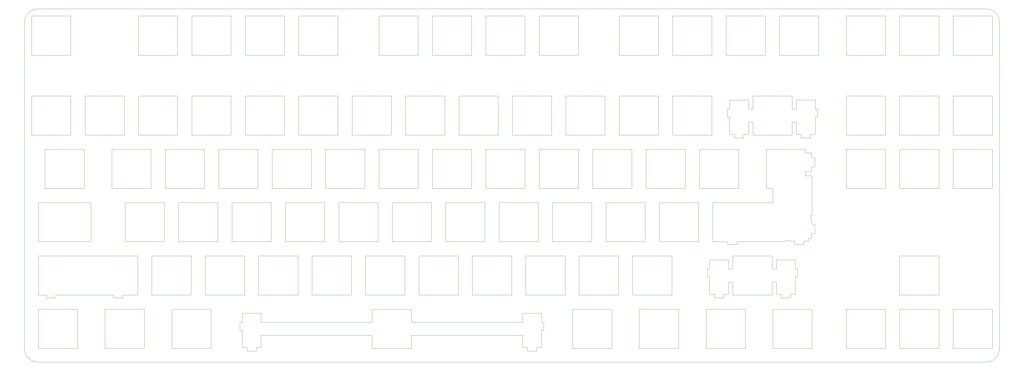
<source format=gm1>
G04 #@! TF.GenerationSoftware,KiCad,Pcbnew,(7.0.0)*
G04 #@! TF.CreationDate,2023-02-27T14:32:52+01:00*
G04 #@! TF.ProjectId,Belja80_plate,42656c6a-6138-4305-9f70-6c6174652e6b,1.0*
G04 #@! TF.SameCoordinates,Original*
G04 #@! TF.FileFunction,Profile,NP*
%FSLAX46Y46*%
G04 Gerber Fmt 4.6, Leading zero omitted, Abs format (unit mm)*
G04 Created by KiCad (PCBNEW (7.0.0)) date 2023-02-27 14:32:52*
%MOMM*%
%LPD*%
G01*
G04 APERTURE LIST*
G04 #@! TA.AperFunction,Profile*
%ADD10C,0.100000*%
G04 #@! TD*
G04 APERTURE END LIST*
D10*
X262874915Y-87961500D02*
X262874915Y-73962500D01*
X303067915Y-154212300D02*
X304591915Y-154212300D01*
X143523915Y-87961500D02*
X129523215Y-87961500D01*
X267348915Y-121587400D02*
X267348915Y-135586700D01*
X162573915Y-102537400D02*
X162573915Y-116536700D01*
X313562915Y-124562400D02*
X312362915Y-124562400D01*
X205724915Y-116536700D02*
X205724915Y-102537400D01*
X169717915Y-178737400D02*
X155716915Y-178737400D01*
X257823915Y-87961500D02*
X243824915Y-87961500D01*
X124473915Y-73962500D02*
X124473915Y-87961500D01*
X36655825Y-173686900D02*
X39631005Y-173686900D01*
X288198915Y-117506900D02*
X288198915Y-116306700D01*
X258111915Y-154636700D02*
X258111915Y-140637400D01*
X74467715Y-192736860D02*
X60466915Y-192736860D01*
X243536915Y-173686900D02*
X229536915Y-173686900D01*
X291449915Y-107237900D02*
X289923915Y-107237900D01*
X84280915Y-192736860D02*
X84280915Y-178737400D01*
X227155915Y-192736860D02*
X227155915Y-178737400D01*
X172098915Y-121587400D02*
X172098915Y-135586700D01*
X253061915Y-140637400D02*
X253061915Y-154636700D01*
X129236415Y-173686900D02*
X115237115Y-173686900D01*
X91136415Y-159687500D02*
X91136415Y-173686900D01*
X186674915Y-116536700D02*
X186674915Y-102537400D01*
X304591915Y-154212300D02*
X304591915Y-154406700D01*
X53324615Y-116536700D02*
X53324615Y-102537400D01*
X298304915Y-168987800D02*
X299830915Y-168987800D01*
X343836915Y-116536700D02*
X343836915Y-102537400D01*
X138761915Y-140637400D02*
X138761915Y-154636700D01*
X308699915Y-116306700D02*
X308699915Y-117506900D01*
X314549915Y-110036800D02*
X314549915Y-107237900D01*
X100661415Y-140637400D02*
X100661415Y-154636700D01*
X281054915Y-174657000D02*
X281054915Y-173456700D01*
X324786915Y-87961500D02*
X324786915Y-73962500D01*
X243824915Y-73962500D02*
X257823915Y-73962500D01*
X295923915Y-87961500D02*
X281924915Y-87961500D01*
X95898915Y-135586700D02*
X81899615Y-135586700D01*
X313723915Y-110036800D02*
X314549915Y-110036800D01*
X34274565Y-116536700D02*
X34274565Y-102537400D01*
X72374615Y-102537400D02*
X86373915Y-102537400D01*
X277161915Y-140637400D02*
X277161915Y-154636700D01*
X76848915Y-135586700D02*
X62849615Y-135586700D01*
X295923915Y-73962500D02*
X295923915Y-87961500D01*
X357836915Y-135586700D02*
X343836915Y-135586700D01*
X105423915Y-73962500D02*
X105423915Y-87961500D01*
X53324615Y-102537400D02*
X67323915Y-102537400D01*
X282780915Y-164387900D02*
X282780915Y-161157700D01*
X282780915Y-161157700D02*
X276030915Y-161157700D01*
X324786915Y-192736860D02*
X324786915Y-178737400D01*
X216092915Y-180207700D02*
X209341915Y-180207700D01*
X257823915Y-73962500D02*
X257823915Y-87961500D01*
X219723915Y-102537400D02*
X219723915Y-116536700D01*
X105423915Y-87961500D02*
X91424615Y-87961500D01*
X191148915Y-121587400D02*
X191148915Y-135586700D01*
X196199915Y-87961500D02*
X196199915Y-73962500D01*
X362886915Y-87961500D02*
X362886915Y-73962500D01*
X277161915Y-154636700D02*
X282516915Y-154636700D01*
X310211915Y-122837300D02*
X310211915Y-121587400D01*
X36512500Y-71437500D02*
G75*
G03*
X31750000Y-76200000I0J-4762500D01*
G01*
X155716915Y-188037770D02*
X155716915Y-192736860D01*
X157811915Y-140637400D02*
X157811915Y-154636700D01*
X39631005Y-174657000D02*
X42930015Y-174657000D01*
X195911915Y-154636700D02*
X181911915Y-154636700D01*
X324786915Y-73962500D02*
X338786915Y-73962500D01*
X115237115Y-159687500D02*
X129236415Y-159687500D01*
X158099915Y-135586700D02*
X158099915Y-121587400D01*
X312166915Y-146637500D02*
X312166915Y-145111700D01*
X313562915Y-151661800D02*
X313562915Y-148362600D01*
X276030915Y-167186700D02*
X276030915Y-173456700D01*
X155716915Y-192736860D02*
X169717915Y-192736860D01*
X209341915Y-192506730D02*
X211066915Y-192506730D01*
X309617915Y-154406700D02*
X311342915Y-154406700D01*
X176861915Y-140637400D02*
X176861915Y-154636700D01*
X81611415Y-140637400D02*
X81611415Y-154636700D01*
X48274115Y-116536700D02*
X34274565Y-116536700D01*
X114948915Y-121587400D02*
X114948915Y-135586700D01*
X276873915Y-102537400D02*
X276873915Y-116536700D01*
X181623915Y-102537400D02*
X181623915Y-116536700D01*
X36512500Y-197643750D02*
X374650000Y-197643750D01*
X91424615Y-73962500D02*
X105423915Y-73962500D01*
X248586915Y-173686900D02*
X248586915Y-159687500D01*
X276030915Y-164387900D02*
X275204915Y-164387900D01*
X153336915Y-159687500D02*
X167336915Y-159687500D01*
X306974915Y-107237900D02*
X305448915Y-107237900D01*
X362886915Y-178737400D02*
X376886915Y-178737400D01*
X258111915Y-140637400D02*
X272111915Y-140637400D01*
X374650000Y-71437500D02*
X36512500Y-71437500D01*
X96187115Y-159687500D02*
X110186415Y-159687500D01*
X285815915Y-154636700D02*
X303067915Y-154636700D01*
X343836915Y-173686900D02*
X343836915Y-159687500D01*
X284304915Y-164387900D02*
X282780915Y-164387900D01*
X167336915Y-173686900D02*
X153336915Y-173686900D01*
X299830915Y-161157700D02*
X299830915Y-164387900D01*
X257823915Y-102537400D02*
X257823915Y-116536700D01*
X91424615Y-116536700D02*
X91424615Y-102537400D01*
X229536915Y-159687500D02*
X243536915Y-159687500D01*
X362886915Y-135586700D02*
X362886915Y-121587400D01*
X307405915Y-167186700D02*
X307405915Y-164387900D01*
X220011915Y-140637400D02*
X234011915Y-140637400D01*
X298591915Y-140637400D02*
X277161915Y-140637400D01*
X195911915Y-140637400D02*
X195911915Y-154636700D01*
X283174915Y-104007800D02*
X283174915Y-107237900D01*
X95898915Y-121587400D02*
X95898915Y-135586700D01*
X376886915Y-178737400D02*
X376886915Y-192736860D01*
X312592915Y-131112400D02*
X310211915Y-131112400D01*
X362886915Y-192736860D02*
X362886915Y-178737400D01*
X313723915Y-116306700D02*
X313723915Y-110036800D01*
X281924915Y-87961500D02*
X281924915Y-73962500D01*
X296211915Y-121587400D02*
X296211915Y-135586700D01*
X114948915Y-135586700D02*
X100949615Y-135586700D01*
X86373915Y-87961500D02*
X72374615Y-87961500D01*
X283174915Y-110036800D02*
X283174915Y-116306700D01*
X282348915Y-107237900D02*
X282348915Y-110036800D01*
X148572915Y-116536700D02*
X148572915Y-102537400D01*
X357836915Y-121587400D02*
X357836915Y-135586700D01*
X229536915Y-173686900D02*
X229536915Y-159687500D01*
X72374615Y-87961500D02*
X72374615Y-73962500D01*
X110474615Y-87961500D02*
X110474615Y-73962500D01*
X298304915Y-159687500D02*
X284304915Y-159687500D01*
X311998915Y-116306700D02*
X313723915Y-116306700D01*
X284304915Y-168987800D02*
X284304915Y-173686900D01*
X313723915Y-104007800D02*
X306974915Y-104007800D01*
X304591915Y-154406700D02*
X306316915Y-154406700D01*
X72374615Y-73962500D02*
X86373915Y-73962500D01*
X291449915Y-102537400D02*
X291449915Y-107237900D01*
X275204915Y-167186700D02*
X276030915Y-167186700D01*
X362886915Y-102537400D02*
X376886915Y-102537400D01*
X248298915Y-135586700D02*
X234299915Y-135586700D01*
X262874915Y-116536700D02*
X262874915Y-102537400D01*
X116093015Y-183437900D02*
X116093015Y-180207700D01*
X289923915Y-116306700D02*
X289923915Y-111837700D01*
X181911915Y-140637400D02*
X195911915Y-140637400D01*
X124762115Y-154636700D02*
X124762115Y-140637400D01*
X253349915Y-135586700D02*
X253349915Y-121587400D01*
X215249915Y-121587400D02*
X229248915Y-121587400D01*
X343836915Y-178737400D02*
X357836915Y-178737400D01*
X211066915Y-192506730D02*
X211066915Y-193707000D01*
X110474615Y-73962500D02*
X124473915Y-73962500D01*
X305448915Y-111837700D02*
X306974915Y-111837700D01*
X284304915Y-159687500D02*
X284304915Y-164387900D01*
X362886915Y-121587400D02*
X376886915Y-121587400D01*
X286398915Y-121587400D02*
X286398915Y-135586700D01*
X276873915Y-87961500D02*
X262874915Y-87961500D01*
X172098915Y-87961500D02*
X158099915Y-87961500D01*
X66730115Y-173686900D02*
X72086415Y-173686900D01*
X119711415Y-154636700D02*
X105712115Y-154636700D01*
X110186415Y-159687500D02*
X110186415Y-173686900D01*
X311342915Y-154406700D02*
X311342915Y-153386800D01*
X105712115Y-140637400D02*
X119711415Y-140637400D01*
X111066915Y-193707000D02*
X114367515Y-193707000D01*
X158099915Y-87961500D02*
X158099915Y-73962500D01*
X234011915Y-154636700D02*
X220011915Y-154636700D01*
X158099915Y-73962500D02*
X172098915Y-73962500D01*
X310211915Y-121587400D02*
X296211915Y-121587400D01*
X48274115Y-87961500D02*
X34274565Y-87961500D01*
X62849615Y-135586700D02*
X62849615Y-121587400D01*
X36655825Y-140637400D02*
X55417815Y-140637400D01*
X248586915Y-159687500D02*
X262586915Y-159687500D01*
X157811915Y-154636700D02*
X143811915Y-154636700D01*
X124473915Y-116536700D02*
X110474615Y-116536700D01*
X50655315Y-178737400D02*
X50655315Y-192736860D01*
X312592915Y-192736860D02*
X298591915Y-192736860D01*
X338786915Y-116536700D02*
X324786915Y-116536700D01*
X376886915Y-87961500D02*
X362886915Y-87961500D01*
X224486915Y-159687500D02*
X224486915Y-173686900D01*
X63429715Y-173686900D02*
X63429715Y-174657000D01*
X314973915Y-73962500D02*
X314973915Y-87961500D01*
X55417815Y-140637400D02*
X55417815Y-154636700D01*
X281054915Y-173456700D02*
X282780915Y-173456700D01*
X186386915Y-159687500D02*
X186386915Y-173686900D01*
X111066915Y-192506730D02*
X111066915Y-193707000D01*
X376886915Y-73962500D02*
X376886915Y-87961500D01*
X284304915Y-173686900D02*
X298304915Y-173686900D01*
X243824915Y-87961500D02*
X243824915Y-73962500D01*
X324786915Y-121587400D02*
X338786915Y-121587400D01*
X298591915Y-192736860D02*
X298591915Y-178737400D01*
X253349915Y-121587400D02*
X267348915Y-121587400D01*
X229248915Y-73962500D02*
X229248915Y-87961500D01*
X34274565Y-102537400D02*
X48274115Y-102537400D01*
X276030915Y-161157700D02*
X276030915Y-164387900D01*
X338786915Y-192736860D02*
X324786915Y-192736860D01*
X67323915Y-102537400D02*
X67323915Y-116536700D01*
X312166915Y-145111700D02*
X312592915Y-145111700D01*
X338786915Y-178737400D02*
X338786915Y-192736860D01*
X186386915Y-173686900D02*
X172386915Y-173686900D01*
X72086415Y-173686900D02*
X72086415Y-159687500D01*
X119999615Y-135586700D02*
X119999615Y-121587400D01*
X274780915Y-192736860D02*
X274780915Y-178737400D01*
X229248915Y-87961500D02*
X215249915Y-87961500D01*
X272111915Y-154636700D02*
X258111915Y-154636700D01*
X306579915Y-164387900D02*
X306579915Y-161157700D01*
X169717915Y-183437900D02*
X169717915Y-178737400D01*
X91424615Y-102537400D02*
X105423915Y-102537400D01*
X91424615Y-87961500D02*
X91424615Y-73962500D01*
X314549915Y-107237900D02*
X313723915Y-107237900D01*
X186674915Y-102537400D02*
X200673915Y-102537400D01*
X262874915Y-102537400D02*
X276873915Y-102537400D01*
X324786915Y-116536700D02*
X324786915Y-102537400D01*
X250966915Y-192736860D02*
X250966915Y-178737400D01*
X376886915Y-121587400D02*
X376886915Y-135586700D01*
X314973915Y-87961500D02*
X300974915Y-87961500D01*
X282348915Y-110036800D02*
X283174915Y-110036800D01*
X262586915Y-173686900D02*
X248586915Y-173686900D01*
X81899615Y-121587400D02*
X95898915Y-121587400D01*
X312362915Y-124562400D02*
X312362915Y-122837300D01*
X311342915Y-153386800D02*
X312362915Y-153386800D01*
X191436915Y-173686900D02*
X191436915Y-159687500D01*
X239061915Y-154636700D02*
X239061915Y-140637400D01*
X124473915Y-87961500D02*
X110474615Y-87961500D01*
X42930015Y-174657000D02*
X42930015Y-173686900D01*
X167624915Y-102537400D02*
X181623915Y-102537400D01*
X357836915Y-178737400D02*
X357836915Y-192736860D01*
X86373915Y-73962500D02*
X86373915Y-87961500D01*
X284897915Y-116306700D02*
X284897915Y-117506900D01*
X148286915Y-159687500D02*
X148286915Y-173686900D01*
X209341915Y-183437900D02*
X169717915Y-183437900D01*
X172098915Y-73962500D02*
X172098915Y-87961500D01*
X108517815Y-186236660D02*
X109341915Y-186236660D01*
X306579915Y-173456700D02*
X306579915Y-167186700D01*
X155716915Y-178737400D02*
X155716915Y-183437900D01*
X86662115Y-154636700D02*
X86662115Y-140637400D01*
X191436915Y-159687500D02*
X205436915Y-159687500D01*
X264967915Y-178737400D02*
X264967915Y-192736860D01*
X338786915Y-102537400D02*
X338786915Y-116536700D01*
X357836915Y-192736860D02*
X343836915Y-192736860D01*
X305448915Y-116536700D02*
X305448915Y-111837700D01*
X312592915Y-145111700D02*
X312592915Y-131112400D01*
X282780915Y-173456700D02*
X282780915Y-168987800D01*
X134286915Y-173686900D02*
X134286915Y-159687500D01*
X158099915Y-121587400D02*
X172098915Y-121587400D01*
X214961915Y-154636700D02*
X200961915Y-154636700D01*
X306579915Y-167186700D02*
X307405915Y-167186700D01*
X298591915Y-135586700D02*
X298591915Y-140637400D01*
X338786915Y-135586700D02*
X324786915Y-135586700D01*
X301555915Y-174657000D02*
X304854915Y-174657000D01*
X291449915Y-116536700D02*
X305448915Y-116536700D01*
X210486915Y-159687500D02*
X224486915Y-159687500D01*
X39037075Y-121587400D02*
X53036615Y-121587400D01*
X275204915Y-164387900D02*
X275204915Y-167186700D01*
X343836915Y-121587400D02*
X357836915Y-121587400D01*
X177149915Y-135586700D02*
X177149915Y-121587400D01*
X282516915Y-155606900D02*
X285815915Y-155606900D01*
X312362915Y-148362600D02*
X312362915Y-146637500D01*
X238773915Y-102537400D02*
X238773915Y-116536700D01*
X224774915Y-102537400D02*
X238773915Y-102537400D01*
X77137115Y-159687500D02*
X91136415Y-159687500D01*
X357836915Y-173686900D02*
X343836915Y-173686900D01*
X324786915Y-102537400D02*
X338786915Y-102537400D01*
X343836915Y-192736860D02*
X343836915Y-178737400D01*
X215249915Y-73962500D02*
X229248915Y-73962500D01*
X84280915Y-178737400D02*
X98280215Y-178737400D01*
X286398915Y-135586700D02*
X272399915Y-135586700D01*
X248298915Y-121587400D02*
X248298915Y-135586700D01*
X216916915Y-186236660D02*
X216916915Y-183437900D01*
X105712115Y-154636700D02*
X105712115Y-140637400D01*
X343836915Y-159687500D02*
X357836915Y-159687500D01*
X53036615Y-121587400D02*
X53036615Y-135586700D01*
X34274565Y-87961500D02*
X34274565Y-73962500D01*
X148286915Y-173686900D02*
X134286915Y-173686900D01*
X129523215Y-87961500D02*
X129523215Y-73962500D01*
X36655825Y-192736860D02*
X36655825Y-178737400D01*
X291449915Y-111837700D02*
X291449915Y-116536700D01*
X376886915Y-116536700D02*
X362886915Y-116536700D01*
X324786915Y-178737400D02*
X338786915Y-178737400D01*
X306316915Y-155606900D02*
X309617915Y-155606900D01*
X172386915Y-173686900D02*
X172386915Y-159687500D01*
X138761915Y-154636700D02*
X124762115Y-154636700D01*
X114367515Y-193707000D02*
X114367515Y-192506730D01*
X357836915Y-87961500D02*
X343836915Y-87961500D01*
X100661415Y-154636700D02*
X86662115Y-154636700D01*
X289923915Y-111837700D02*
X291449915Y-111837700D01*
X169717915Y-188037770D02*
X209341915Y-188037770D01*
X100949615Y-121587400D02*
X114948915Y-121587400D01*
X281924915Y-73962500D02*
X295923915Y-73962500D01*
X191148915Y-87961500D02*
X177149915Y-87961500D01*
X114367515Y-192506730D02*
X116093015Y-192506730D01*
X133998915Y-121587400D02*
X133998915Y-135586700D01*
X177149915Y-87961500D02*
X177149915Y-73962500D01*
X200961915Y-154636700D02*
X200961915Y-140637400D01*
X282780915Y-168987800D02*
X284304915Y-168987800D01*
X124473915Y-102537400D02*
X124473915Y-116536700D01*
X312362915Y-146637500D02*
X312166915Y-146637500D01*
X289923915Y-107237900D02*
X289923915Y-104007800D01*
X250966915Y-178737400D02*
X264967915Y-178737400D01*
X267348915Y-135586700D02*
X253349915Y-135586700D01*
X216916915Y-183437900D02*
X216092915Y-183437900D01*
X288779915Y-178737400D02*
X288779915Y-192736860D01*
X110474615Y-116536700D02*
X110474615Y-102537400D01*
X36655825Y-154636700D02*
X36655825Y-140637400D01*
X238773915Y-116536700D02*
X224774915Y-116536700D01*
X169717915Y-192736860D02*
X169717915Y-188037770D01*
X74467715Y-178737400D02*
X74467715Y-192736860D01*
X200673915Y-102537400D02*
X200673915Y-116536700D01*
X214961915Y-140637400D02*
X214961915Y-154636700D01*
X91136415Y-173686900D02*
X77137115Y-173686900D01*
X312362915Y-122837300D02*
X310211915Y-122837300D01*
X39037075Y-135586700D02*
X39037075Y-121587400D01*
X162861915Y-140637400D02*
X176861915Y-140637400D01*
X98280215Y-192736860D02*
X84280915Y-192736860D01*
X313562915Y-127861600D02*
X313562915Y-124562400D01*
X63429715Y-174657000D02*
X66730115Y-174657000D01*
X66730115Y-174657000D02*
X66730115Y-173686900D01*
X210198915Y-87961500D02*
X196199915Y-87961500D01*
X343836915Y-87961500D02*
X343836915Y-73962500D01*
X162861915Y-154636700D02*
X162861915Y-140637400D01*
X124762115Y-140637400D02*
X138761915Y-140637400D01*
X296211915Y-135586700D02*
X298591915Y-135586700D01*
X209341915Y-180207700D02*
X209341915Y-183437900D01*
X379412500Y-76200017D02*
G75*
G03*
X374650000Y-71437500I-4762600J-83D01*
G01*
X215249915Y-87961500D02*
X215249915Y-73962500D01*
X215249915Y-135586700D02*
X215249915Y-121587400D01*
X300974915Y-73962500D02*
X314973915Y-73962500D01*
X191148915Y-73962500D02*
X191148915Y-87961500D01*
X129236415Y-159687500D02*
X129236415Y-173686900D01*
X357836915Y-159687500D02*
X357836915Y-173686900D01*
X77137115Y-173686900D02*
X77137115Y-159687500D01*
X196199915Y-135586700D02*
X196199915Y-121587400D01*
X313723915Y-107237900D02*
X313723915Y-104007800D01*
X379412500Y-192881250D02*
X379412500Y-76200017D01*
X129523215Y-116536700D02*
X129523215Y-102537400D01*
X277755915Y-173456700D02*
X277755915Y-174657000D01*
X181911915Y-154636700D02*
X181911915Y-140637400D01*
X36655825Y-159687500D02*
X36655825Y-173686900D01*
X284897915Y-117506900D02*
X288198915Y-117506900D01*
X312592915Y-178737400D02*
X312592915Y-192736860D01*
X229248915Y-121587400D02*
X229248915Y-135586700D01*
X306579915Y-161157700D02*
X299830915Y-161157700D01*
X196199915Y-121587400D02*
X210198915Y-121587400D01*
X39631005Y-173686900D02*
X39631005Y-174657000D01*
X105423915Y-116536700D02*
X91424615Y-116536700D01*
X272111915Y-140637400D02*
X272111915Y-154636700D01*
X119711415Y-140637400D02*
X119711415Y-154636700D01*
X109341915Y-192506730D02*
X111066915Y-192506730D01*
X229248915Y-135586700D02*
X215249915Y-135586700D01*
X200673915Y-116536700D02*
X186674915Y-116536700D01*
X324786915Y-135586700D02*
X324786915Y-121587400D01*
X216092915Y-192506730D02*
X216092915Y-186236660D01*
X216092915Y-186236660D02*
X216916915Y-186236660D01*
X214367915Y-193707000D02*
X214367915Y-192506730D01*
X262874915Y-73962500D02*
X276873915Y-73962500D01*
X276873915Y-116536700D02*
X262874915Y-116536700D01*
X172098915Y-135586700D02*
X158099915Y-135586700D01*
X305448915Y-107237900D02*
X305448915Y-102537400D01*
X67612115Y-154636700D02*
X67612115Y-140637400D01*
X211066915Y-193707000D02*
X214367915Y-193707000D01*
X338786915Y-73962500D02*
X338786915Y-87961500D01*
X110186415Y-173686900D02*
X96187115Y-173686900D01*
X81899615Y-135586700D02*
X81899615Y-121587400D01*
X288779915Y-192736860D02*
X274780915Y-192736860D01*
X288198915Y-116306700D02*
X289923915Y-116306700D01*
X304854915Y-173456700D02*
X306579915Y-173456700D01*
X312362915Y-127861600D02*
X313562915Y-127861600D01*
X243536915Y-159687500D02*
X243536915Y-173686900D01*
X306316915Y-154406700D02*
X306316915Y-155606900D01*
X55417815Y-154636700D02*
X36655825Y-154636700D01*
X300974915Y-87961500D02*
X300974915Y-73962500D01*
X139049915Y-121587400D02*
X153048915Y-121587400D01*
X285815915Y-155606900D02*
X285815915Y-154636700D01*
X143811915Y-154636700D02*
X143811915Y-140637400D01*
X376886915Y-192736860D02*
X362886915Y-192736860D01*
X153048915Y-135586700D02*
X139049915Y-135586700D01*
X272399915Y-135586700D02*
X272399915Y-121587400D01*
X119999615Y-121587400D02*
X133998915Y-121587400D01*
X105423915Y-102537400D02*
X105423915Y-116536700D01*
X139049915Y-135586700D02*
X139049915Y-121587400D01*
X181623915Y-116536700D02*
X167624915Y-116536700D01*
X257823915Y-116536700D02*
X243824915Y-116536700D01*
X243824915Y-102537400D02*
X257823915Y-102537400D01*
X205724915Y-102537400D02*
X219723915Y-102537400D01*
X234299915Y-135586700D02*
X234299915Y-121587400D01*
X176861915Y-154636700D02*
X162861915Y-154636700D01*
X272399915Y-121587400D02*
X286398915Y-121587400D01*
X67323915Y-116536700D02*
X53324615Y-116536700D01*
X338786915Y-87961500D02*
X324786915Y-87961500D01*
X209341915Y-188037770D02*
X209341915Y-192506730D01*
X338786915Y-121587400D02*
X338786915Y-135586700D01*
X234299915Y-121587400D02*
X248298915Y-121587400D01*
X31750000Y-76200000D02*
X31750000Y-192881250D01*
X53036615Y-135586700D02*
X39037075Y-135586700D01*
X241154915Y-192736860D02*
X227155915Y-192736860D01*
X239061915Y-140637400D02*
X253061915Y-140637400D01*
X299830915Y-173456700D02*
X301555915Y-173456700D01*
X241154915Y-178737400D02*
X241154915Y-192736860D01*
X96187115Y-173686900D02*
X96187115Y-159687500D01*
X307405915Y-164387900D02*
X306579915Y-164387900D01*
X227155915Y-178737400D02*
X241154915Y-178737400D01*
X72374615Y-116536700D02*
X72374615Y-102537400D01*
X81611415Y-154636700D02*
X67612115Y-154636700D01*
X72086415Y-159687500D02*
X36655825Y-159687500D01*
X143523915Y-116536700D02*
X129523215Y-116536700D01*
X343836915Y-73962500D02*
X357836915Y-73962500D01*
X306974915Y-104007800D02*
X306974915Y-107237900D01*
X303067915Y-154636700D02*
X303067915Y-154212300D01*
X210198915Y-121587400D02*
X210198915Y-135586700D01*
X116093015Y-188037770D02*
X155716915Y-188037770D01*
X48274115Y-102537400D02*
X48274115Y-116536700D01*
X191148915Y-135586700D02*
X177149915Y-135586700D01*
X48274115Y-73962500D02*
X48274115Y-87961500D01*
X177149915Y-121587400D02*
X191148915Y-121587400D01*
X115237115Y-173686900D02*
X115237115Y-159687500D01*
X167624915Y-116536700D02*
X167624915Y-102537400D01*
X210198915Y-73962500D02*
X210198915Y-87961500D01*
X86373915Y-116536700D02*
X72374615Y-116536700D01*
X50655315Y-192736860D02*
X36655825Y-192736860D01*
X67612115Y-140637400D02*
X81611415Y-140637400D01*
X153048915Y-121587400D02*
X153048915Y-135586700D01*
X42930015Y-173686900D02*
X63429715Y-173686900D01*
X362886915Y-116536700D02*
X362886915Y-102537400D01*
X276873915Y-73962500D02*
X276873915Y-87961500D01*
X109341915Y-183437900D02*
X108517815Y-183437900D01*
X167336915Y-159687500D02*
X167336915Y-173686900D01*
X210198915Y-135586700D02*
X196199915Y-135586700D01*
X262586915Y-159687500D02*
X262586915Y-173686900D01*
X224774915Y-116536700D02*
X224774915Y-102537400D01*
X216092915Y-183437900D02*
X216092915Y-180207700D01*
X264967915Y-192736860D02*
X250966915Y-192736860D01*
X243824915Y-116536700D02*
X243824915Y-102537400D01*
X283174915Y-107237900D02*
X282348915Y-107237900D01*
X309617915Y-155606900D02*
X309617915Y-154406700D01*
X143523915Y-73962500D02*
X143523915Y-87961500D01*
X196199915Y-73962500D02*
X210198915Y-73962500D01*
X129523215Y-102537400D02*
X143523915Y-102537400D01*
X62849615Y-121587400D02*
X76848915Y-121587400D01*
X100949615Y-135586700D02*
X100949615Y-121587400D01*
X129523215Y-73962500D02*
X143523915Y-73962500D01*
X343836915Y-135586700D02*
X343836915Y-121587400D01*
X116093015Y-192506730D02*
X116093015Y-188037770D01*
X310211915Y-131112400D02*
X310211915Y-129587000D01*
X313562915Y-148362600D02*
X312362915Y-148362600D01*
X311998915Y-117506900D02*
X311998915Y-116306700D01*
X172386915Y-159687500D02*
X186386915Y-159687500D01*
X200961915Y-140637400D02*
X214961915Y-140637400D01*
X220011915Y-154636700D02*
X220011915Y-140637400D01*
X162573915Y-116536700D02*
X148572915Y-116536700D01*
X283174915Y-116306700D02*
X284897915Y-116306700D01*
X34274565Y-73962500D02*
X48274115Y-73962500D01*
X234011915Y-140637400D02*
X234011915Y-154636700D01*
X109341915Y-180207700D02*
X109341915Y-183437900D01*
X253061915Y-154636700D02*
X239061915Y-154636700D01*
X133998915Y-135586700D02*
X119999615Y-135586700D01*
X210486915Y-173686900D02*
X210486915Y-159687500D01*
X298591915Y-178737400D02*
X312592915Y-178737400D01*
X362886915Y-73962500D02*
X376886915Y-73962500D01*
X86662115Y-140637400D02*
X100661415Y-140637400D01*
X60466915Y-178737400D02*
X74467715Y-178737400D01*
X86373915Y-102537400D02*
X86373915Y-116536700D01*
X110474615Y-102537400D02*
X124473915Y-102537400D01*
X289923915Y-104007800D02*
X283174915Y-104007800D01*
X357836915Y-102537400D02*
X357836915Y-116536700D01*
X224486915Y-173686900D02*
X210486915Y-173686900D01*
X299830915Y-164387900D02*
X298304915Y-164387900D01*
X306974915Y-116306700D02*
X308699915Y-116306700D01*
X98280215Y-178737400D02*
X98280215Y-192736860D01*
X376886915Y-102537400D02*
X376886915Y-116536700D01*
X298304915Y-173686900D02*
X298304915Y-168987800D01*
X177149915Y-73962500D02*
X191148915Y-73962500D01*
X376886915Y-135586700D02*
X362886915Y-135586700D01*
X298304915Y-164387900D02*
X298304915Y-159687500D01*
X60466915Y-192736860D02*
X60466915Y-178737400D01*
X306974915Y-111837700D02*
X306974915Y-116306700D01*
X299830915Y-168987800D02*
X299830915Y-173456700D01*
X76848915Y-121587400D02*
X76848915Y-135586700D01*
X116093015Y-180207700D02*
X109341915Y-180207700D01*
X308699915Y-117506900D02*
X311998915Y-117506900D01*
X31750000Y-192881250D02*
G75*
G03*
X36512500Y-197643750I4762460J-40D01*
G01*
X143523915Y-102537400D02*
X143523915Y-116536700D01*
X343836915Y-102537400D02*
X357836915Y-102537400D01*
X219723915Y-116536700D02*
X205724915Y-116536700D01*
X312362915Y-129587000D02*
X312362915Y-127861600D01*
X109341915Y-186236660D02*
X109341915Y-192506730D01*
X134286915Y-159687500D02*
X148286915Y-159687500D01*
X357836915Y-116536700D02*
X343836915Y-116536700D01*
X148572915Y-102537400D02*
X162573915Y-102537400D01*
X276030915Y-173456700D02*
X277755915Y-173456700D01*
X153336915Y-173686900D02*
X153336915Y-159687500D01*
X304854915Y-174657000D02*
X304854915Y-173456700D01*
X155716915Y-183437900D02*
X116093015Y-183437900D01*
X312362915Y-151661800D02*
X313562915Y-151661800D01*
X357836915Y-73962500D02*
X357836915Y-87961500D01*
X274780915Y-178737400D02*
X288779915Y-178737400D01*
X301555915Y-173456700D02*
X301555915Y-174657000D01*
X305448915Y-102537400D02*
X291449915Y-102537400D01*
X143811915Y-140637400D02*
X157811915Y-140637400D01*
X36655825Y-178737400D02*
X50655315Y-178737400D01*
X282516915Y-154636700D02*
X282516915Y-155606900D01*
X312362915Y-153386800D02*
X312362915Y-151661800D01*
X310211915Y-129587000D02*
X312362915Y-129587000D01*
X374649983Y-197643800D02*
G75*
G03*
X379412500Y-192881250I17J4762500D01*
G01*
X214367915Y-192506730D02*
X216092915Y-192506730D01*
X108517815Y-183437900D02*
X108517815Y-186236660D01*
X205436915Y-159687500D02*
X205436915Y-173686900D01*
X277755915Y-174657000D02*
X281054915Y-174657000D01*
X205436915Y-173686900D02*
X191436915Y-173686900D01*
M02*

</source>
